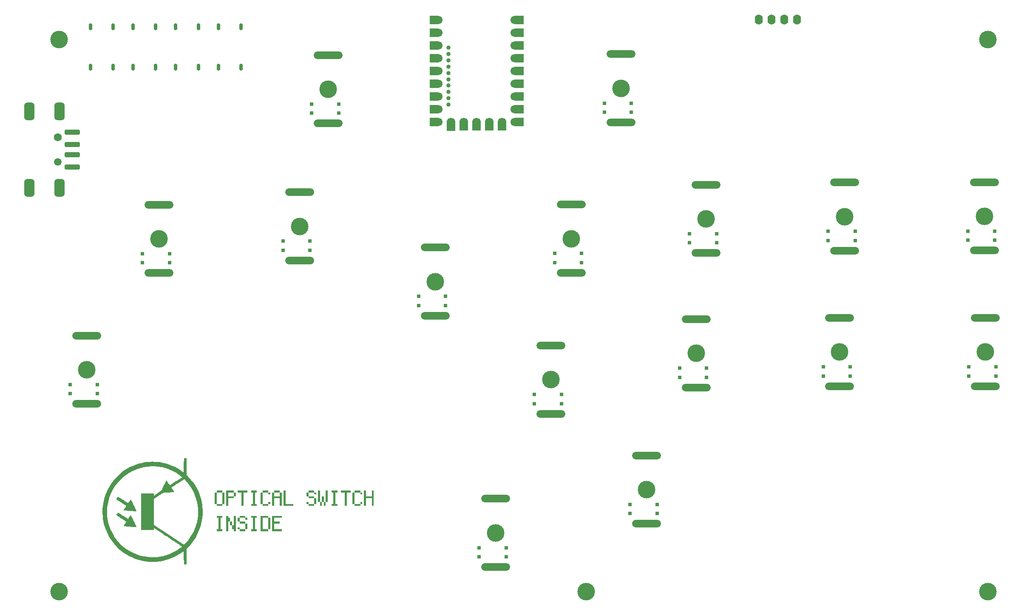
<source format=gts>
%TF.GenerationSoftware,KiCad,Pcbnew,8.0.6*%
%TF.CreationDate,2024-11-20T03:37:43+00:00*%
%TF.ProjectId,keychron_hitbox,6b657963-6872-46f6-9e5f-686974626f78,rev?*%
%TF.SameCoordinates,Original*%
%TF.FileFunction,Soldermask,Top*%
%TF.FilePolarity,Negative*%
%FSLAX46Y46*%
G04 Gerber Fmt 4.6, Leading zero omitted, Abs format (unit mm)*
G04 Created by KiCad (PCBNEW 8.0.6) date 2024-11-20 03:37:43*
%MOMM*%
%LPD*%
G01*
G04 APERTURE LIST*
G04 Aperture macros list*
%AMRoundRect*
0 Rectangle with rounded corners*
0 $1 Rounding radius*
0 $2 $3 $4 $5 $6 $7 $8 $9 X,Y pos of 4 corners*
0 Add a 4 corners polygon primitive as box body*
4,1,4,$2,$3,$4,$5,$6,$7,$8,$9,$2,$3,0*
0 Add four circle primitives for the rounded corners*
1,1,$1+$1,$2,$3*
1,1,$1+$1,$4,$5*
1,1,$1+$1,$6,$7*
1,1,$1+$1,$8,$9*
0 Add four rect primitives between the rounded corners*
20,1,$1+$1,$2,$3,$4,$5,0*
20,1,$1+$1,$4,$5,$6,$7,0*
20,1,$1+$1,$6,$7,$8,$9,0*
20,1,$1+$1,$8,$9,$2,$3,0*%
G04 Aperture macros list end*
%ADD10C,0.150000*%
%ADD11C,0.000000*%
%ADD12O,5.800000X1.500000*%
%ADD13C,3.500000*%
%ADD14R,0.700000X0.800000*%
%ADD15O,1.600000X2.000000*%
%ADD16C,1.600000*%
%ADD17C,1.500000*%
%ADD18RoundRect,0.208333X-1.291667X0.291667X-1.291667X-0.291667X1.291667X-0.291667X1.291667X0.291667X0*%
%ADD19RoundRect,0.500000X-0.500000X1.250000X-0.500000X-1.250000X0.500000X-1.250000X0.500000X1.250000X0*%
%ADD20RoundRect,0.175000X0.175000X-0.475000X0.175000X0.475000X-0.175000X0.475000X-0.175000X-0.475000X0*%
%ADD21R,1.700000X1.700000*%
%ADD22C,1.700000*%
%ADD23C,0.850000*%
G04 APERTURE END LIST*
D10*
G36*
X83883217Y-122564515D02*
G01*
X83883217Y-122373272D01*
X84460607Y-122373272D01*
X85035066Y-122373272D01*
X85035066Y-122564515D01*
X85035066Y-122756489D01*
X84460607Y-122756489D01*
X83883217Y-122756489D01*
X83883217Y-123908339D01*
X83883217Y-125058722D01*
X84460607Y-125058722D01*
X85035066Y-125058722D01*
X85035066Y-123908339D01*
X85035066Y-122756489D01*
X85227041Y-122756489D01*
X85418283Y-122756489D01*
X85418283Y-123908339D01*
X85418283Y-125058722D01*
X85227041Y-125058722D01*
X85035066Y-125058722D01*
X85035066Y-125249965D01*
X85035066Y-125441939D01*
X84460607Y-125441939D01*
X83883217Y-125441939D01*
X83883217Y-125249965D01*
X83883217Y-125058722D01*
X83691974Y-125058722D01*
X83500000Y-125058722D01*
X83500000Y-123908339D01*
X83500000Y-122756489D01*
X83691974Y-122756489D01*
X83883217Y-122756489D01*
X83883217Y-122564515D01*
G37*
G36*
X85789043Y-123908339D02*
G01*
X85789043Y-122373272D01*
X86557676Y-122373272D01*
X87324110Y-122373272D01*
X87324110Y-122564515D01*
X87324110Y-122756489D01*
X86749651Y-122756489D01*
X86172260Y-122756489D01*
X86172260Y-123139706D01*
X86172260Y-123525122D01*
X86749651Y-123525122D01*
X87324110Y-123525122D01*
X87324110Y-123139706D01*
X87324110Y-122756489D01*
X87516085Y-122756489D01*
X87707327Y-122756489D01*
X87707327Y-123139706D01*
X87707327Y-123525122D01*
X87516085Y-123525122D01*
X87324110Y-123525122D01*
X87324110Y-123717096D01*
X87324110Y-123908339D01*
X86749651Y-123908339D01*
X86172260Y-123908339D01*
X86172260Y-124674773D01*
X86172260Y-125441939D01*
X85981018Y-125441939D01*
X85789043Y-125441939D01*
X85789043Y-123908339D01*
G37*
G36*
X88078087Y-122564515D02*
G01*
X88078087Y-122373272D01*
X89036496Y-122373272D01*
X89996371Y-122373272D01*
X89996371Y-122564515D01*
X89996371Y-122756489D01*
X89613154Y-122756489D01*
X89229937Y-122756489D01*
X89229937Y-124100314D01*
X89229937Y-125441939D01*
X89038695Y-125441939D01*
X88844521Y-125441939D01*
X88844521Y-124100314D01*
X88844521Y-122756489D01*
X88461304Y-122756489D01*
X88078087Y-122756489D01*
X88078087Y-122564515D01*
G37*
G36*
X90750348Y-122564515D02*
G01*
X90750348Y-122373272D01*
X91325540Y-122373272D01*
X91902198Y-122373272D01*
X91902198Y-122564515D01*
X91902198Y-122756489D01*
X91710956Y-122756489D01*
X91518981Y-122756489D01*
X91518981Y-123908339D01*
X91518981Y-125058722D01*
X91710956Y-125058722D01*
X91902198Y-125058722D01*
X91902198Y-125249965D01*
X91902198Y-125441939D01*
X91325540Y-125441939D01*
X90750348Y-125441939D01*
X90750348Y-125249965D01*
X90750348Y-125058722D01*
X90942323Y-125058722D01*
X91133565Y-125058722D01*
X91133565Y-123908339D01*
X91133565Y-122756489D01*
X90942323Y-122756489D01*
X90750348Y-122756489D01*
X90750348Y-122564515D01*
G37*
G36*
X93039392Y-122564515D02*
G01*
X93039392Y-122373272D01*
X93616782Y-122373272D01*
X94191242Y-122373272D01*
X94191242Y-122564515D01*
X94191242Y-122756489D01*
X93616782Y-122756489D01*
X93039392Y-122756489D01*
X93039392Y-122564515D01*
G37*
G36*
X94191242Y-125058722D02*
G01*
X94191242Y-125249965D01*
X94191242Y-125441939D01*
X93616782Y-125441939D01*
X93039392Y-125441939D01*
X93039392Y-125249965D01*
X93039392Y-125058722D01*
X92848150Y-125058722D01*
X92656175Y-125058722D01*
X92656175Y-123908339D01*
X92656175Y-122756489D01*
X92848150Y-122756489D01*
X93039392Y-122756489D01*
X93039392Y-123908339D01*
X93039392Y-125058722D01*
X93616782Y-125058722D01*
X94191242Y-125058722D01*
G37*
G36*
X94191242Y-125058722D02*
G01*
X94191242Y-124866748D01*
X94191242Y-124674773D01*
X94383217Y-124674773D01*
X94574459Y-124674773D01*
X94574459Y-124866748D01*
X94574459Y-125058722D01*
X94383217Y-125058722D01*
X94191242Y-125058722D01*
G37*
G36*
X94191242Y-122756489D02*
G01*
X94383217Y-122756489D01*
X94574459Y-122756489D01*
X94574459Y-122948464D01*
X94574459Y-123139706D01*
X94383217Y-123139706D01*
X94191242Y-123139706D01*
X94191242Y-122948464D01*
X94191242Y-122756489D01*
G37*
G36*
X95328436Y-122564515D02*
G01*
X95328436Y-122373272D01*
X95905826Y-122373272D01*
X96480286Y-122373272D01*
X96480286Y-122564515D01*
X96480286Y-122756489D01*
X95905826Y-122756489D01*
X95328436Y-122756489D01*
X95328436Y-123139706D01*
X95328436Y-123525122D01*
X95905826Y-123525122D01*
X96480286Y-123525122D01*
X96480286Y-123139706D01*
X96480286Y-122756489D01*
X96672260Y-122756489D01*
X96863503Y-122756489D01*
X96863503Y-124100314D01*
X96863503Y-125441939D01*
X96672260Y-125441939D01*
X96480286Y-125441939D01*
X96480286Y-124674773D01*
X96480286Y-123908339D01*
X95905826Y-123908339D01*
X95328436Y-123908339D01*
X95328436Y-124674773D01*
X95328436Y-125441939D01*
X95137194Y-125441939D01*
X94945219Y-125441939D01*
X94945219Y-124100314D01*
X94945219Y-122756489D01*
X95137194Y-122756489D01*
X95328436Y-122756489D01*
X95328436Y-122564515D01*
G37*
G36*
X97234263Y-123908339D02*
G01*
X97234263Y-122373272D01*
X97426238Y-122373272D01*
X97617480Y-122373272D01*
X97617480Y-123717096D01*
X97617480Y-125058722D01*
X98386113Y-125058722D01*
X99152547Y-125058722D01*
X99152547Y-125249965D01*
X99152547Y-125441939D01*
X98192672Y-125441939D01*
X97234263Y-125441939D01*
X97234263Y-123908339D01*
G37*
G36*
X102195568Y-122564515D02*
G01*
X102195568Y-122373272D01*
X102772958Y-122373272D01*
X103347418Y-122373272D01*
X103347418Y-122564515D01*
X103347418Y-122756489D01*
X102772958Y-122756489D01*
X102195568Y-122756489D01*
X102195568Y-122564515D01*
G37*
G36*
X102195568Y-125058722D02*
G01*
X102772958Y-125058722D01*
X103347418Y-125058722D01*
X103347418Y-124483531D01*
X103347418Y-123908339D01*
X102772958Y-123908339D01*
X102195568Y-123908339D01*
X102195568Y-123717096D01*
X102195568Y-123525122D01*
X102004326Y-123525122D01*
X101812351Y-123525122D01*
X101812351Y-123139706D01*
X101812351Y-122756489D01*
X102004326Y-122756489D01*
X102195568Y-122756489D01*
X102195568Y-123139706D01*
X102195568Y-123525122D01*
X102772958Y-123525122D01*
X103347418Y-123525122D01*
X103347418Y-123717096D01*
X103347418Y-123908339D01*
X103539392Y-123908339D01*
X103730635Y-123908339D01*
X103730635Y-124483531D01*
X103730635Y-125058722D01*
X103539392Y-125058722D01*
X103347418Y-125058722D01*
X103347418Y-125249965D01*
X103347418Y-125441939D01*
X102772958Y-125441939D01*
X102195568Y-125441939D01*
X102195568Y-125249965D01*
X102195568Y-125058722D01*
G37*
G36*
X102195568Y-125058722D02*
G01*
X102004326Y-125058722D01*
X101812351Y-125058722D01*
X101812351Y-124866748D01*
X101812351Y-124674773D01*
X102004326Y-124674773D01*
X102195568Y-124674773D01*
X102195568Y-124866748D01*
X102195568Y-125058722D01*
G37*
G36*
X103347418Y-122756489D02*
G01*
X103539392Y-122756489D01*
X103730635Y-122756489D01*
X103730635Y-122948464D01*
X103730635Y-123139706D01*
X103539392Y-123139706D01*
X103347418Y-123139706D01*
X103347418Y-122948464D01*
X103347418Y-122756489D01*
G37*
G36*
X104101395Y-123525122D02*
G01*
X104101395Y-122373272D01*
X104293370Y-122373272D01*
X104484612Y-122373272D01*
X104484612Y-123525122D01*
X104484612Y-124674773D01*
X104293370Y-124674773D01*
X104101395Y-124674773D01*
X104101395Y-123525122D01*
G37*
G36*
X105636461Y-124674773D02*
G01*
X105636461Y-125058722D01*
X105636461Y-125441939D01*
X105445219Y-125441939D01*
X105253244Y-125441939D01*
X105253244Y-125058722D01*
X105253244Y-124674773D01*
X105062002Y-124674773D01*
X104867829Y-124674773D01*
X104867829Y-125058722D01*
X104867829Y-125441939D01*
X104676587Y-125441939D01*
X104484612Y-125441939D01*
X104484612Y-125058722D01*
X104484612Y-124674773D01*
X104676587Y-124674773D01*
X104867829Y-124674773D01*
X104867829Y-124100314D01*
X104867829Y-123525122D01*
X105062002Y-123525122D01*
X105253244Y-123525122D01*
X105253244Y-124100314D01*
X105253244Y-124674773D01*
X105445219Y-124674773D01*
X105636461Y-124674773D01*
G37*
G36*
X105636461Y-124674773D02*
G01*
X105636461Y-123525122D01*
X105636461Y-122373272D01*
X105828436Y-122373272D01*
X106019678Y-122373272D01*
X106019678Y-123525122D01*
X106019678Y-124674773D01*
X105828436Y-124674773D01*
X105636461Y-124674773D01*
G37*
G36*
X106773656Y-122564515D02*
G01*
X106773656Y-122373272D01*
X107348848Y-122373272D01*
X107925505Y-122373272D01*
X107925505Y-122564515D01*
X107925505Y-122756489D01*
X107734263Y-122756489D01*
X107542288Y-122756489D01*
X107542288Y-123908339D01*
X107542288Y-125058722D01*
X107734263Y-125058722D01*
X107925505Y-125058722D01*
X107925505Y-125249965D01*
X107925505Y-125441939D01*
X107348848Y-125441939D01*
X106773656Y-125441939D01*
X106773656Y-125249965D01*
X106773656Y-125058722D01*
X106965631Y-125058722D01*
X107156873Y-125058722D01*
X107156873Y-123908339D01*
X107156873Y-122756489D01*
X106965631Y-122756489D01*
X106773656Y-122756489D01*
X106773656Y-122564515D01*
G37*
G36*
X108679483Y-122564515D02*
G01*
X108679483Y-122373272D01*
X109637892Y-122373272D01*
X110597766Y-122373272D01*
X110597766Y-122564515D01*
X110597766Y-122756489D01*
X110214549Y-122756489D01*
X109831332Y-122756489D01*
X109831332Y-124100314D01*
X109831332Y-125441939D01*
X109640090Y-125441939D01*
X109445917Y-125441939D01*
X109445917Y-124100314D01*
X109445917Y-122756489D01*
X109062700Y-122756489D01*
X108679483Y-122756489D01*
X108679483Y-122564515D01*
G37*
G36*
X111351744Y-122564515D02*
G01*
X111351744Y-122373272D01*
X111929134Y-122373272D01*
X112503593Y-122373272D01*
X112503593Y-122564515D01*
X112503593Y-122756489D01*
X111929134Y-122756489D01*
X111351744Y-122756489D01*
X111351744Y-122564515D01*
G37*
G36*
X112503593Y-125058722D02*
G01*
X112503593Y-125249965D01*
X112503593Y-125441939D01*
X111929134Y-125441939D01*
X111351744Y-125441939D01*
X111351744Y-125249965D01*
X111351744Y-125058722D01*
X111160502Y-125058722D01*
X110968527Y-125058722D01*
X110968527Y-123908339D01*
X110968527Y-122756489D01*
X111160502Y-122756489D01*
X111351744Y-122756489D01*
X111351744Y-123908339D01*
X111351744Y-125058722D01*
X111929134Y-125058722D01*
X112503593Y-125058722D01*
G37*
G36*
X112503593Y-125058722D02*
G01*
X112503593Y-124866748D01*
X112503593Y-124674773D01*
X112695568Y-124674773D01*
X112886810Y-124674773D01*
X112886810Y-124866748D01*
X112886810Y-125058722D01*
X112695568Y-125058722D01*
X112503593Y-125058722D01*
G37*
G36*
X112503593Y-122756489D02*
G01*
X112695568Y-122756489D01*
X112886810Y-122756489D01*
X112886810Y-122948464D01*
X112886810Y-123139706D01*
X112695568Y-123139706D01*
X112503593Y-123139706D01*
X112503593Y-122948464D01*
X112503593Y-122756489D01*
G37*
G36*
X113257571Y-123908339D02*
G01*
X113257571Y-122373272D01*
X113449546Y-122373272D01*
X113640788Y-122373272D01*
X113640788Y-122948464D01*
X113640788Y-123525122D01*
X114218178Y-123525122D01*
X114792637Y-123525122D01*
X114792637Y-122948464D01*
X114792637Y-122373272D01*
X114984612Y-122373272D01*
X115175854Y-122373272D01*
X115175854Y-123908339D01*
X115175854Y-125441939D01*
X114984612Y-125441939D01*
X114792637Y-125441939D01*
X114792637Y-124674773D01*
X114792637Y-123908339D01*
X114218178Y-123908339D01*
X113640788Y-123908339D01*
X113640788Y-124674773D01*
X113640788Y-125441939D01*
X113449546Y-125441939D01*
X113257571Y-125441939D01*
X113257571Y-123908339D01*
G37*
G36*
X83883217Y-127604515D02*
G01*
X83883217Y-127413272D01*
X84458408Y-127413272D01*
X85035066Y-127413272D01*
X85035066Y-127604515D01*
X85035066Y-127796489D01*
X84843824Y-127796489D01*
X84651849Y-127796489D01*
X84651849Y-128948339D01*
X84651849Y-130098722D01*
X84843824Y-130098722D01*
X85035066Y-130098722D01*
X85035066Y-130289965D01*
X85035066Y-130481939D01*
X84458408Y-130481939D01*
X83883217Y-130481939D01*
X83883217Y-130289965D01*
X83883217Y-130098722D01*
X84075191Y-130098722D01*
X84266434Y-130098722D01*
X84266434Y-128948339D01*
X84266434Y-127796489D01*
X84075191Y-127796489D01*
X83883217Y-127796489D01*
X83883217Y-127604515D01*
G37*
G36*
X85789043Y-128948339D02*
G01*
X85789043Y-127413272D01*
X85981018Y-127413272D01*
X86172260Y-127413272D01*
X86172260Y-127604515D01*
X86172260Y-127796489D01*
X86364235Y-127796489D01*
X86555478Y-127796489D01*
X86555478Y-128179706D01*
X86555478Y-128565122D01*
X86364235Y-128565122D01*
X86172260Y-128565122D01*
X86172260Y-129523531D01*
X86172260Y-130481939D01*
X85981018Y-130481939D01*
X85789043Y-130481939D01*
X85789043Y-128948339D01*
G37*
G36*
X86940893Y-129331556D02*
G01*
X86749651Y-129331556D01*
X86555478Y-129331556D01*
X86555478Y-128948339D01*
X86555478Y-128565122D01*
X86749651Y-128565122D01*
X86940893Y-128565122D01*
X86940893Y-128948339D01*
X86940893Y-129331556D01*
G37*
G36*
X86940893Y-129331556D02*
G01*
X87132868Y-129331556D01*
X87324110Y-129331556D01*
X87324110Y-128371681D01*
X87324110Y-127413272D01*
X87516085Y-127413272D01*
X87707327Y-127413272D01*
X87707327Y-128948339D01*
X87707327Y-130481939D01*
X87516085Y-130481939D01*
X87324110Y-130481939D01*
X87324110Y-130289965D01*
X87324110Y-130098722D01*
X87132868Y-130098722D01*
X86940893Y-130098722D01*
X86940893Y-129714773D01*
X86940893Y-129331556D01*
G37*
G36*
X88461304Y-127604515D02*
G01*
X88461304Y-127413272D01*
X89038695Y-127413272D01*
X89613154Y-127413272D01*
X89613154Y-127604515D01*
X89613154Y-127796489D01*
X89038695Y-127796489D01*
X88461304Y-127796489D01*
X88461304Y-127604515D01*
G37*
G36*
X88461304Y-130098722D02*
G01*
X89038695Y-130098722D01*
X89613154Y-130098722D01*
X89613154Y-129523531D01*
X89613154Y-128948339D01*
X89038695Y-128948339D01*
X88461304Y-128948339D01*
X88461304Y-128757096D01*
X88461304Y-128565122D01*
X88270062Y-128565122D01*
X88078087Y-128565122D01*
X88078087Y-128179706D01*
X88078087Y-127796489D01*
X88270062Y-127796489D01*
X88461304Y-127796489D01*
X88461304Y-128179706D01*
X88461304Y-128565122D01*
X89038695Y-128565122D01*
X89613154Y-128565122D01*
X89613154Y-128757096D01*
X89613154Y-128948339D01*
X89805129Y-128948339D01*
X89996371Y-128948339D01*
X89996371Y-129523531D01*
X89996371Y-130098722D01*
X89805129Y-130098722D01*
X89613154Y-130098722D01*
X89613154Y-130289965D01*
X89613154Y-130481939D01*
X89038695Y-130481939D01*
X88461304Y-130481939D01*
X88461304Y-130289965D01*
X88461304Y-130098722D01*
G37*
G36*
X88461304Y-130098722D02*
G01*
X88270062Y-130098722D01*
X88078087Y-130098722D01*
X88078087Y-129906748D01*
X88078087Y-129714773D01*
X88270062Y-129714773D01*
X88461304Y-129714773D01*
X88461304Y-129906748D01*
X88461304Y-130098722D01*
G37*
G36*
X89613154Y-127796489D02*
G01*
X89805129Y-127796489D01*
X89996371Y-127796489D01*
X89996371Y-127988464D01*
X89996371Y-128179706D01*
X89805129Y-128179706D01*
X89613154Y-128179706D01*
X89613154Y-127988464D01*
X89613154Y-127796489D01*
G37*
G36*
X90750348Y-127604515D02*
G01*
X90750348Y-127413272D01*
X91325540Y-127413272D01*
X91902198Y-127413272D01*
X91902198Y-127604515D01*
X91902198Y-127796489D01*
X91710956Y-127796489D01*
X91518981Y-127796489D01*
X91518981Y-128948339D01*
X91518981Y-130098722D01*
X91710956Y-130098722D01*
X91902198Y-130098722D01*
X91902198Y-130289965D01*
X91902198Y-130481939D01*
X91325540Y-130481939D01*
X90750348Y-130481939D01*
X90750348Y-130289965D01*
X90750348Y-130098722D01*
X90942323Y-130098722D01*
X91133565Y-130098722D01*
X91133565Y-128948339D01*
X91133565Y-127796489D01*
X90942323Y-127796489D01*
X90750348Y-127796489D01*
X90750348Y-127604515D01*
G37*
G36*
X92656175Y-128948339D02*
G01*
X92656175Y-127413272D01*
X93424808Y-127413272D01*
X94191242Y-127413272D01*
X94191242Y-127604515D01*
X94191242Y-127796489D01*
X93616782Y-127796489D01*
X93039392Y-127796489D01*
X93039392Y-128948339D01*
X93039392Y-130098722D01*
X93616782Y-130098722D01*
X94191242Y-130098722D01*
X94191242Y-128948339D01*
X94191242Y-127796489D01*
X94383217Y-127796489D01*
X94574459Y-127796489D01*
X94574459Y-128948339D01*
X94574459Y-130098722D01*
X94383217Y-130098722D01*
X94191242Y-130098722D01*
X94191242Y-130289965D01*
X94191242Y-130481939D01*
X93424808Y-130481939D01*
X92656175Y-130481939D01*
X92656175Y-128948339D01*
G37*
G36*
X94945219Y-128948339D02*
G01*
X94945219Y-127413272D01*
X95903628Y-127413272D01*
X96863503Y-127413272D01*
X96863503Y-127604515D01*
X96863503Y-127796489D01*
X96097069Y-127796489D01*
X95328436Y-127796489D01*
X95328436Y-128179706D01*
X95328436Y-128565122D01*
X95905826Y-128565122D01*
X96480286Y-128565122D01*
X96480286Y-128757096D01*
X96480286Y-128948339D01*
X95905826Y-128948339D01*
X95328436Y-128948339D01*
X95328436Y-129523531D01*
X95328436Y-130098722D01*
X96097069Y-130098722D01*
X96863503Y-130098722D01*
X96863503Y-130289965D01*
X96863503Y-130481939D01*
X95903628Y-130481939D01*
X94945219Y-130481939D01*
X94945219Y-128948339D01*
G37*
D11*
G36*
X64274316Y-126742674D02*
G01*
X64313821Y-126768148D01*
X64406138Y-126828398D01*
X64543632Y-126918418D01*
X64718666Y-127033201D01*
X64923604Y-127167742D01*
X65150810Y-127317036D01*
X65267541Y-127393785D01*
X65501722Y-127547252D01*
X65716571Y-127687026D01*
X65904639Y-127808340D01*
X66058476Y-127906430D01*
X66170633Y-127976530D01*
X66233661Y-128013874D01*
X66244464Y-128018772D01*
X66272628Y-127989923D01*
X66332005Y-127911557D01*
X66414484Y-127794902D01*
X66511954Y-127651188D01*
X66534483Y-127617238D01*
X66632683Y-127470668D01*
X66716001Y-127350081D01*
X66776844Y-127266186D01*
X66807618Y-127229691D01*
X66809677Y-127229164D01*
X66829429Y-127266355D01*
X66875635Y-127359604D01*
X66944044Y-127500004D01*
X67030407Y-127678646D01*
X67130474Y-127886624D01*
X67239993Y-128115030D01*
X67354714Y-128354956D01*
X67470388Y-128597495D01*
X67582764Y-128833740D01*
X67687591Y-129054783D01*
X67780619Y-129251716D01*
X67857599Y-129415633D01*
X67914279Y-129537624D01*
X67946409Y-129608784D01*
X67952137Y-129623437D01*
X67939179Y-129634003D01*
X67896591Y-129640397D01*
X67818802Y-129642383D01*
X67700239Y-129639726D01*
X67535332Y-129632189D01*
X67318508Y-129619535D01*
X67044196Y-129601528D01*
X66706825Y-129577933D01*
X66461142Y-129560220D01*
X66189804Y-129539929D01*
X65942372Y-129520349D01*
X65727907Y-129502283D01*
X65555472Y-129486534D01*
X65434130Y-129473904D01*
X65372944Y-129465196D01*
X65367508Y-129463329D01*
X65378749Y-129427602D01*
X65422448Y-129342308D01*
X65492250Y-129218952D01*
X65581797Y-129069041D01*
X65616558Y-129012539D01*
X65711150Y-128855649D01*
X65787536Y-128720676D01*
X65839496Y-128619277D01*
X65860815Y-128563108D01*
X65859907Y-128556310D01*
X65824691Y-128531090D01*
X65736526Y-128471117D01*
X65602919Y-128381407D01*
X65431378Y-128266975D01*
X65229413Y-128132837D01*
X65004529Y-127984009D01*
X64894730Y-127911518D01*
X64661199Y-127757119D01*
X64446631Y-127614617D01*
X64258636Y-127489114D01*
X64104825Y-127385717D01*
X63992807Y-127309531D01*
X63930193Y-127265658D01*
X63920121Y-127257778D01*
X63921792Y-127214152D01*
X63958626Y-127132867D01*
X64019231Y-127030492D01*
X64092212Y-126923597D01*
X64166177Y-126828751D01*
X64229732Y-126762522D01*
X64271483Y-126741481D01*
X64274316Y-126742674D01*
G37*
G36*
X64285988Y-123599939D02*
G01*
X64289513Y-123601774D01*
X64334417Y-123629674D01*
X64431744Y-123692354D01*
X64573582Y-123784645D01*
X64752015Y-123901376D01*
X64959132Y-124037376D01*
X65187017Y-124187477D01*
X65287393Y-124253727D01*
X65519529Y-124405703D01*
X65732815Y-124542786D01*
X65919692Y-124660320D01*
X66072601Y-124753647D01*
X66183981Y-124818108D01*
X66246275Y-124849047D01*
X66256336Y-124850756D01*
X66288292Y-124814240D01*
X66351267Y-124729551D01*
X66436449Y-124608931D01*
X66535024Y-124464622D01*
X66544997Y-124449780D01*
X66641799Y-124307584D01*
X66723476Y-124191548D01*
X66782144Y-124112583D01*
X66809920Y-124081603D01*
X66810884Y-124081704D01*
X66830412Y-124118268D01*
X66876592Y-124211171D01*
X66945091Y-124351358D01*
X67031578Y-124529774D01*
X67131718Y-124737363D01*
X67241178Y-124965070D01*
X67355627Y-125203839D01*
X67470730Y-125444614D01*
X67582156Y-125678340D01*
X67685570Y-125895962D01*
X67776640Y-126088423D01*
X67851034Y-126246669D01*
X67904417Y-126361644D01*
X67932458Y-126424292D01*
X67935357Y-126431766D01*
X67941183Y-126452755D01*
X67939738Y-126469500D01*
X67924609Y-126481901D01*
X67889382Y-126489856D01*
X67827643Y-126493267D01*
X67732981Y-126492031D01*
X67598982Y-126486048D01*
X67419232Y-126475218D01*
X67187318Y-126459441D01*
X66896828Y-126438616D01*
X66541348Y-126412642D01*
X66493985Y-126409172D01*
X66217604Y-126388401D01*
X65965035Y-126368421D01*
X65745165Y-126350013D01*
X65566878Y-126333958D01*
X65439060Y-126321039D01*
X65370595Y-126312038D01*
X65361542Y-126309500D01*
X65372927Y-126273971D01*
X65416913Y-126189690D01*
X65486791Y-126068662D01*
X65575853Y-125922892D01*
X65591337Y-125898231D01*
X65687121Y-125746113D01*
X65770099Y-125614097D01*
X65831983Y-125515388D01*
X65864482Y-125463191D01*
X65865937Y-125460807D01*
X65847150Y-125428919D01*
X65771493Y-125363417D01*
X65637915Y-125263539D01*
X65445362Y-125128525D01*
X65192780Y-124957613D01*
X64923353Y-124779104D01*
X64686175Y-124622819D01*
X64467950Y-124478451D01*
X64276167Y-124350997D01*
X64118314Y-124245459D01*
X64001881Y-124166834D01*
X63934358Y-124120123D01*
X63920774Y-124109839D01*
X63923362Y-124065253D01*
X63964890Y-123974620D01*
X64040031Y-123849135D01*
X64057294Y-123822840D01*
X64144096Y-123697108D01*
X64204480Y-123624392D01*
X64248444Y-123595175D01*
X64285988Y-123599939D01*
G37*
G36*
X77902279Y-117612435D02*
G01*
X77902279Y-119293282D01*
X78019872Y-119389867D01*
X78127887Y-119488509D01*
X78269411Y-119632352D01*
X78433716Y-119809328D01*
X78610074Y-120007370D01*
X78787756Y-120214409D01*
X78956034Y-120418378D01*
X79104180Y-120607209D01*
X79116064Y-120622922D01*
X79585195Y-121299489D01*
X79990714Y-122001122D01*
X80334424Y-122732219D01*
X80618129Y-123497179D01*
X80843632Y-124300398D01*
X81012735Y-125146274D01*
X81038492Y-125311203D01*
X81062038Y-125518985D01*
X81080344Y-125782079D01*
X81093303Y-126084365D01*
X81100808Y-126409726D01*
X81102753Y-126742043D01*
X81099029Y-127065198D01*
X81089530Y-127363073D01*
X81074149Y-127619549D01*
X81055062Y-127802564D01*
X80900195Y-128676020D01*
X80682794Y-129513211D01*
X80402465Y-130314951D01*
X80058817Y-131082055D01*
X79651458Y-131815339D01*
X79179994Y-132515618D01*
X78644034Y-133183707D01*
X78266872Y-133594890D01*
X77903447Y-133971652D01*
X77902863Y-135536538D01*
X77902279Y-137101425D01*
X77655034Y-137101425D01*
X77527365Y-137098128D01*
X77429925Y-137089485D01*
X77383727Y-137077363D01*
X77383666Y-137077303D01*
X77378140Y-137036795D01*
X77373059Y-136932165D01*
X77368573Y-136771653D01*
X77364829Y-136563503D01*
X77361978Y-136315954D01*
X77360166Y-136037249D01*
X77359544Y-135740833D01*
X77359544Y-134428484D01*
X76952957Y-134719534D01*
X76240655Y-135186056D01*
X75498477Y-135587039D01*
X74725513Y-135922849D01*
X73920853Y-136193857D01*
X73083588Y-136400428D01*
X72565385Y-136493565D01*
X72384629Y-136519836D01*
X72214286Y-136539750D01*
X72039675Y-136554117D01*
X71846112Y-136563749D01*
X71618915Y-136569455D01*
X71343402Y-136572045D01*
X71136183Y-136572442D01*
X70822275Y-136571413D01*
X70566028Y-136567783D01*
X70352758Y-136560744D01*
X70167784Y-136549484D01*
X69996424Y-136533194D01*
X69823994Y-136511063D01*
X69706980Y-136493565D01*
X68945458Y-136349039D01*
X68224164Y-136156894D01*
X67524177Y-135911201D01*
X66826576Y-135606033D01*
X66738935Y-135563573D01*
X65997184Y-135160766D01*
X65297233Y-134700270D01*
X64641814Y-134185308D01*
X64033658Y-133619101D01*
X63475498Y-133004875D01*
X62970065Y-132345850D01*
X62520090Y-131645250D01*
X62128305Y-130906299D01*
X61797443Y-130132218D01*
X61571530Y-129466952D01*
X61428689Y-128949363D01*
X61320186Y-128451548D01*
X61243266Y-127953709D01*
X61195171Y-127436051D01*
X61173147Y-126878777D01*
X61171027Y-126590456D01*
X61171543Y-126565349D01*
X62074310Y-126565349D01*
X62104233Y-127351294D01*
X62202644Y-128138123D01*
X62370479Y-128921755D01*
X62578478Y-129611681D01*
X62669355Y-129850607D01*
X62790579Y-130132436D01*
X62933265Y-130439266D01*
X63088524Y-130753195D01*
X63247469Y-131056321D01*
X63401214Y-131330741D01*
X63540872Y-131558553D01*
X63557400Y-131583618D01*
X64041996Y-132247722D01*
X64575437Y-132859639D01*
X65155251Y-133417476D01*
X65778964Y-133919340D01*
X66444101Y-134363341D01*
X67148189Y-134747585D01*
X67888752Y-135070180D01*
X68313960Y-135221713D01*
X68862650Y-135383900D01*
X69418376Y-135509624D01*
X70001291Y-135602743D01*
X70631544Y-135667111D01*
X70647721Y-135668358D01*
X70812276Y-135674832D01*
X71030664Y-135674638D01*
X71284740Y-135668551D01*
X71556355Y-135657348D01*
X71827364Y-135641804D01*
X72079618Y-135622696D01*
X72294973Y-135600801D01*
X72330200Y-135596392D01*
X73098483Y-135460732D01*
X73856738Y-135256243D01*
X74597068Y-134986243D01*
X75311578Y-134654054D01*
X75992372Y-134262993D01*
X76631556Y-133816381D01*
X76710911Y-133754628D01*
X77006151Y-133522019D01*
X76124514Y-132943972D01*
X75930520Y-132816818D01*
X75684632Y-132655712D01*
X75395508Y-132466323D01*
X75071808Y-132254323D01*
X74722190Y-132025381D01*
X74355314Y-131785168D01*
X73979838Y-131539354D01*
X73604422Y-131293609D01*
X73307123Y-131099023D01*
X71371368Y-129832119D01*
X71360517Y-130029450D01*
X71349665Y-130226781D01*
X70085089Y-130226781D01*
X68820513Y-130226781D01*
X68820513Y-126608547D01*
X68820513Y-124048595D01*
X71353277Y-124048595D01*
X71353442Y-126622090D01*
X71353608Y-129195584D01*
X74383713Y-131179704D01*
X77413818Y-133163824D01*
X77682182Y-132880274D01*
X77825911Y-132723443D01*
X77988160Y-132538686D01*
X78143325Y-132355431D01*
X78212244Y-132271083D01*
X78620709Y-131715774D01*
X78994720Y-131113136D01*
X79326501Y-130478653D01*
X79608276Y-129827808D01*
X79832267Y-129176088D01*
X79912314Y-128885962D01*
X80078241Y-128089782D01*
X80173096Y-127290415D01*
X80196495Y-126491859D01*
X80180084Y-126074858D01*
X80094028Y-125257094D01*
X79940812Y-124465846D01*
X79720264Y-123700722D01*
X79432214Y-122961326D01*
X79076490Y-122247266D01*
X78652921Y-121558146D01*
X78161335Y-120893573D01*
X77693614Y-120351734D01*
X77445783Y-120083098D01*
X76181510Y-120905924D01*
X75910579Y-121082722D01*
X75659075Y-121247747D01*
X75433366Y-121396752D01*
X75239819Y-121525494D01*
X75084801Y-121629728D01*
X74974680Y-121705209D01*
X74915822Y-121747691D01*
X74907626Y-121755174D01*
X74923841Y-121792587D01*
X74974903Y-121878065D01*
X75053835Y-122000616D01*
X75153657Y-122149253D01*
X75207646Y-122227649D01*
X75314746Y-122383474D01*
X75404368Y-122516819D01*
X75469618Y-122617190D01*
X75503602Y-122674090D01*
X75506716Y-122682958D01*
X75469357Y-122687175D01*
X75368528Y-122694732D01*
X75213021Y-122705072D01*
X75011627Y-122717639D01*
X74773136Y-122731877D01*
X74506338Y-122747229D01*
X74374502Y-122754624D01*
X73252849Y-122817033D01*
X73071938Y-122933117D01*
X72990989Y-122985310D01*
X72860177Y-123069955D01*
X72690299Y-123180051D01*
X72492155Y-123308595D01*
X72276545Y-123448586D01*
X72122151Y-123548898D01*
X71353277Y-124048595D01*
X68820513Y-124048595D01*
X68820513Y-122990313D01*
X70086895Y-122990313D01*
X71353277Y-122990313D01*
X71353277Y-123192331D01*
X71359809Y-123319756D01*
X71379618Y-123377435D01*
X71394843Y-123380494D01*
X71435627Y-123357687D01*
X71528277Y-123300907D01*
X71664029Y-123215686D01*
X71834120Y-123107555D01*
X72029785Y-122982046D01*
X72187837Y-122879972D01*
X72939266Y-122393305D01*
X73345764Y-121452564D01*
X73453869Y-121203067D01*
X73555313Y-120970237D01*
X73645794Y-120763846D01*
X73721011Y-120593664D01*
X73776662Y-120469466D01*
X73808446Y-120401023D01*
X73810105Y-120397702D01*
X73867949Y-120283581D01*
X74225340Y-120805355D01*
X74376708Y-121021368D01*
X74492299Y-121175137D01*
X74572475Y-121267109D01*
X74617601Y-121297734D01*
X74623346Y-121295938D01*
X74661840Y-121269874D01*
X74754242Y-121208887D01*
X74893745Y-121117425D01*
X75073538Y-120999936D01*
X75286814Y-120860867D01*
X75526764Y-120704668D01*
X75786579Y-120535785D01*
X75848141Y-120495803D01*
X77032322Y-119726861D01*
X76894383Y-119611617D01*
X76362939Y-119206449D01*
X75773193Y-118828785D01*
X75136269Y-118485711D01*
X75098148Y-118467040D01*
X74392230Y-118155635D01*
X73689358Y-117912383D01*
X72978566Y-117734443D01*
X72248892Y-117618973D01*
X71633690Y-117569149D01*
X70865531Y-117559501D01*
X70126563Y-117608417D01*
X69401531Y-117717356D01*
X68888306Y-117831572D01*
X68503865Y-117936276D01*
X68147048Y-118051663D01*
X67794648Y-118186401D01*
X67423458Y-118349160D01*
X67138034Y-118485377D01*
X66435255Y-118868142D01*
X65778142Y-119305901D01*
X65161471Y-119802391D01*
X64732766Y-120205130D01*
X64188354Y-120799438D01*
X63704018Y-121431366D01*
X63280692Y-122096832D01*
X62919312Y-122791754D01*
X62620812Y-123512051D01*
X62386127Y-124253640D01*
X62216192Y-125012440D01*
X62111941Y-125784371D01*
X62074310Y-126565349D01*
X61171543Y-126565349D01*
X61182800Y-126017857D01*
X61217955Y-125494982D01*
X61279197Y-125002210D01*
X61369229Y-124519918D01*
X61490753Y-124028485D01*
X61554761Y-123804759D01*
X61828833Y-123005371D01*
X62165167Y-122239393D01*
X62560655Y-121509703D01*
X63012188Y-120819180D01*
X63516656Y-120170701D01*
X64070949Y-119567146D01*
X64671958Y-119011392D01*
X65316575Y-118506319D01*
X66001689Y-118054804D01*
X66724191Y-117659726D01*
X67480972Y-117323964D01*
X68268922Y-117050395D01*
X69073789Y-116844257D01*
X69417469Y-116775701D01*
X69731358Y-116723801D01*
X70035372Y-116686625D01*
X70349423Y-116662241D01*
X70693427Y-116648714D01*
X71087297Y-116644113D01*
X71136183Y-116644068D01*
X71536991Y-116647776D01*
X71885667Y-116660190D01*
X72202124Y-116683241D01*
X72506275Y-116718863D01*
X72818036Y-116768989D01*
X73157320Y-116835552D01*
X73198576Y-116844257D01*
X74004958Y-117051254D01*
X74792273Y-117324673D01*
X75553054Y-117661194D01*
X76279838Y-118057498D01*
X76965161Y-118510264D01*
X76997721Y-118533971D01*
X77341453Y-118785383D01*
X77359544Y-117369116D01*
X77377636Y-115952849D01*
X77639958Y-115942218D01*
X77902279Y-115931588D01*
X77902279Y-117612435D01*
G37*
D12*
X169500000Y-115400000D03*
D13*
X169500000Y-122200000D03*
D12*
X169500000Y-129000000D03*
D14*
X171600000Y-125150000D03*
X171600000Y-126950000D03*
X166200000Y-126950000D03*
X166200000Y-125150000D03*
D13*
X237500000Y-32500000D03*
X52500000Y-142500000D03*
D12*
X181400000Y-61450000D03*
D13*
X181400000Y-68250000D03*
D12*
X181400000Y-75050000D03*
D14*
X183500000Y-71200000D03*
X183500000Y-73000000D03*
X178100000Y-73000000D03*
X178100000Y-71200000D03*
D12*
X237000000Y-88000000D03*
D13*
X237000000Y-94800000D03*
D12*
X237000000Y-101600000D03*
D14*
X239100000Y-97750000D03*
X239100000Y-99550000D03*
X233700000Y-99550000D03*
X233700000Y-97750000D03*
D15*
X191880000Y-28550000D03*
X194420000Y-28550000D03*
X196960000Y-28550000D03*
X199500000Y-28550000D03*
D12*
X208000000Y-88000000D03*
D13*
X208000000Y-94800000D03*
D12*
X208000000Y-101600000D03*
D14*
X210100000Y-97750000D03*
X210100000Y-99550000D03*
X204700000Y-99550000D03*
X204700000Y-97750000D03*
D16*
X52250000Y-52000000D03*
D17*
X52250000Y-56900000D03*
D18*
X55100000Y-50950000D03*
X55100000Y-53450000D03*
X55100000Y-55450000D03*
D19*
X52600000Y-46825000D03*
X46600000Y-46825000D03*
D18*
X55100000Y-57950000D03*
D19*
X52600000Y-62075000D03*
X46600000Y-62075000D03*
D12*
X209000000Y-61000000D03*
D13*
X209000000Y-67800000D03*
D12*
X209000000Y-74600000D03*
D14*
X211100000Y-70750000D03*
X211100000Y-72550000D03*
X205700000Y-72550000D03*
X205700000Y-70750000D03*
D12*
X150500000Y-93500000D03*
D13*
X150500000Y-100300000D03*
D12*
X150500000Y-107100000D03*
D14*
X152600000Y-103250000D03*
X152600000Y-105050000D03*
X147200000Y-105050000D03*
X147200000Y-103250000D03*
D20*
X75750000Y-38000000D03*
X75750000Y-30000000D03*
X80250000Y-38000000D03*
X80250000Y-30000000D03*
D21*
X127160000Y-28626000D03*
D22*
X128060000Y-28626000D03*
D21*
X127160000Y-31166000D03*
D22*
X128060000Y-31166000D03*
D21*
X127160000Y-33706000D03*
D22*
X128060000Y-33706000D03*
D21*
X127160000Y-36246000D03*
D22*
X128060000Y-36246000D03*
D21*
X127160000Y-38786000D03*
D22*
X128060000Y-38786000D03*
D21*
X127210000Y-41326000D03*
D22*
X128060000Y-41326000D03*
D21*
X127210000Y-43866000D03*
D22*
X128060000Y-43866000D03*
D21*
X127210000Y-46406000D03*
D22*
X128060000Y-46406000D03*
D21*
X127210000Y-48946000D03*
D22*
X128060000Y-48946000D03*
X143300000Y-28626000D03*
D21*
X144200000Y-28626000D03*
D22*
X143300000Y-31166000D03*
D21*
X144200000Y-31166000D03*
D22*
X143300000Y-33706000D03*
D21*
X144200000Y-33706000D03*
D22*
X143300000Y-36246000D03*
D21*
X144200000Y-36246000D03*
D22*
X143300000Y-38786000D03*
D21*
X144200000Y-38786000D03*
D22*
X143300000Y-41326000D03*
D21*
X144200000Y-41326000D03*
D22*
X143300000Y-43866000D03*
D21*
X144200000Y-43866000D03*
D22*
X143300000Y-46406000D03*
D21*
X144200000Y-46406000D03*
D22*
X143300000Y-48946000D03*
D21*
X144200000Y-48946000D03*
D22*
X130600000Y-48946000D03*
D21*
X130600000Y-49846000D03*
D22*
X133140000Y-48946000D03*
D21*
X133140000Y-49796000D03*
D22*
X135680000Y-48946000D03*
D21*
X135680000Y-49796000D03*
D22*
X138220000Y-48946000D03*
D21*
X138220000Y-49796000D03*
D22*
X140760000Y-48946000D03*
D21*
X140760000Y-49796000D03*
D23*
X130070000Y-34112600D03*
X130070000Y-35379800D03*
X130070000Y-36646400D03*
X130070000Y-37913000D03*
X130070000Y-39179600D03*
X130070000Y-40446200D03*
X130070000Y-41712800D03*
X130070000Y-42979400D03*
X130070000Y-44246000D03*
X130070000Y-45512600D03*
D20*
X67250000Y-38000000D03*
X67250000Y-30000000D03*
X71750000Y-38000000D03*
X71750000Y-30000000D03*
D12*
X236800000Y-60950000D03*
D13*
X236800000Y-67750000D03*
D12*
X236800000Y-74550000D03*
D14*
X238900000Y-70700000D03*
X238900000Y-72500000D03*
X233500000Y-72500000D03*
X233500000Y-70700000D03*
D12*
X106100000Y-35650000D03*
D13*
X106100000Y-42450000D03*
D12*
X106100000Y-49250000D03*
D14*
X108200000Y-45400000D03*
X108200000Y-47200000D03*
X102800000Y-47200000D03*
X102800000Y-45400000D03*
D12*
X154500000Y-65400000D03*
D13*
X154500000Y-72200000D03*
D12*
X154500000Y-79000000D03*
D14*
X156600000Y-75150000D03*
X156600000Y-76950000D03*
X151200000Y-76950000D03*
X151200000Y-75150000D03*
D12*
X164400000Y-35450000D03*
D13*
X164400000Y-42250000D03*
D12*
X164400000Y-49050000D03*
D14*
X166500000Y-45200000D03*
X166500000Y-47000000D03*
X161100000Y-47000000D03*
X161100000Y-45200000D03*
D13*
X237500000Y-142500000D03*
D12*
X72400000Y-65450000D03*
D13*
X72400000Y-72250000D03*
D12*
X72400000Y-79050000D03*
D14*
X74500000Y-75200000D03*
X74500000Y-77000000D03*
X69100000Y-77000000D03*
X69100000Y-75200000D03*
D12*
X127400000Y-73950000D03*
D13*
X127400000Y-80750000D03*
D12*
X127400000Y-87550000D03*
D14*
X129500000Y-83700000D03*
X129500000Y-85500000D03*
X124100000Y-85500000D03*
X124100000Y-83700000D03*
D20*
X84250000Y-38000000D03*
X84250000Y-30000000D03*
X88750000Y-38000000D03*
X88750000Y-30000000D03*
D12*
X139500000Y-124000000D03*
D13*
X139500000Y-130800000D03*
D12*
X139500000Y-137600000D03*
D14*
X141600000Y-133750000D03*
X141600000Y-135550000D03*
X136200000Y-135550000D03*
X136200000Y-133750000D03*
D20*
X58750000Y-38000000D03*
X58750000Y-30000000D03*
X63250000Y-38000000D03*
X63250000Y-30000000D03*
D12*
X179400000Y-88250000D03*
D13*
X179400000Y-95050000D03*
D12*
X179400000Y-101850000D03*
D14*
X181500000Y-98000000D03*
X181500000Y-99800000D03*
X176100000Y-99800000D03*
X176100000Y-98000000D03*
D13*
X157500000Y-142500000D03*
X52500000Y-32500000D03*
D12*
X100400000Y-62950000D03*
D13*
X100400000Y-69750000D03*
D12*
X100400000Y-76550000D03*
D14*
X102500000Y-72700000D03*
X102500000Y-74500000D03*
X97100000Y-74500000D03*
X97100000Y-72700000D03*
D12*
X58000000Y-91500000D03*
D13*
X58000000Y-98300000D03*
D12*
X58000000Y-105100000D03*
D14*
X60100000Y-101250000D03*
X60100000Y-103050000D03*
X54700000Y-103050000D03*
X54700000Y-101250000D03*
M02*

</source>
